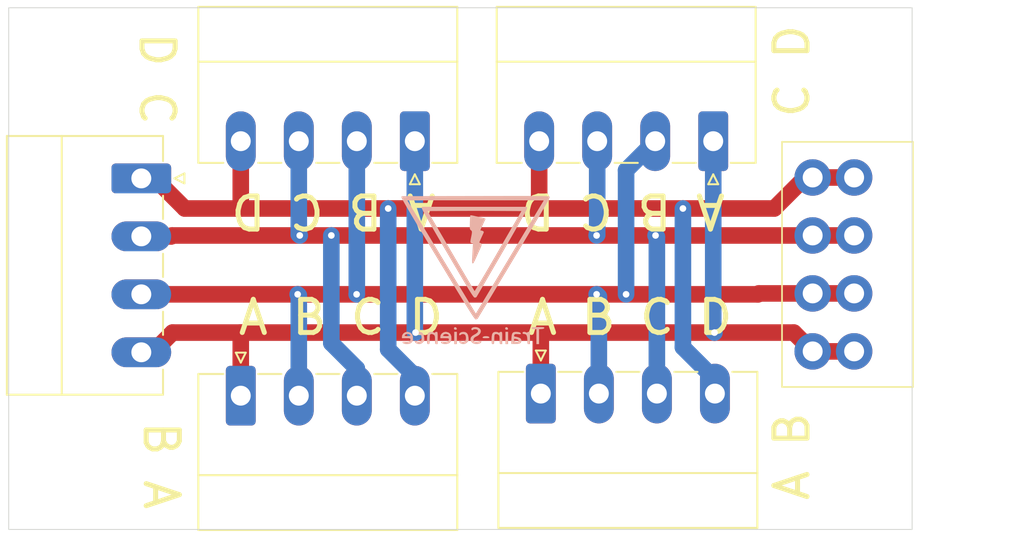
<source format=kicad_pcb>
(kicad_pcb (version 20240108) (generator "pcbnew") (generator_version "8.0")
  (layers (0 "F.Cu" signal) (31 "B.Cu" signal) (34 "B.Paste" user) (35 "F.Paste" user) (36 "B.SilkS" user "B.Silkscreen") (37 "F.SilkS" user "F.Silkscreen") (38 "B.Mask" user) (39 "F.Mask" user) (44 "Edge.Cuts" user))
  (net 0 "")
  (net 1 "Net-(J101-Pin_3)")
  (net 2 "Net-(J101-Pin_4)")
  (net 3 "Net-(J101-Pin_1)")
  (net 4 "Net-(J101-Pin_2)")
  (footprint "Connector_Phoenix_MC:PhoenixContact_MC_1,5_4-G-3.5_1x04_P3.50mm_Horizontal" (layer "F.Cu") (at 153.5 83.058 180)
    (property "Reference" "J102" (hide yes))
    (property "Value" "FEMALE")
    (fp_line (start 13.06 8.11) (end 13.06 -1.31) (stroke (width 0.12)) (layer "F.SilkS"))
    (fp_line (start 13.06 -1.31) (end 11.55 -1.31) (stroke (width 0.12)) (layer "F.SilkS"))
    (fp_line (start 8.05 -1.31) (end 9.45 -1.31) (stroke (width 0.12)) (layer "F.SilkS"))
    (fp_line (start 4.55 -1.31) (end 5.95 -1.31) (stroke (width 0.12)) (layer "F.SilkS"))
    (fp_line (start 1.05 -1.31) (end 2.45 -1.31) (stroke (width 0.12)) (layer "F.SilkS"))
    (fp_line (start 0.3 -2.6) (end 0 -2) (stroke (width 0.12)) (layer "F.SilkS"))
    (fp_line (start 0 -2) (end -0.3 -2.6) (stroke (width 0.12)) (layer "F.SilkS"))
    (fp_line (start -0.3 -2.6) (end 0.3 -2.6) (stroke (width 0.12)) (layer "F.SilkS"))
    (fp_line (start -2.56 8.11) (end 13.06 8.11) (stroke (width 0.12)) (layer "F.SilkS"))
    (fp_line (start -2.56 4.8) (end 13.06 4.8) (stroke (width 0.12)) (layer "F.SilkS"))
    (fp_line (start -2.56 -1.31) (end -1.05 -1.31) (stroke (width 0.12)) (layer "F.SilkS"))
    (fp_line (start -2.56 -1.31) (end -2.56 8.11) (stroke (width 0.12)) (layer "F.SilkS"))
    (pad "1" thru_hole roundrect (at 0 0 180) (size 1.8 3.6) (drill 1.2) (layers "*.Cu" "*.Mask") (roundrect_rratio 0.138889) (net 2 "Net-(J101-Pin_4)"))
    (pad "2" thru_hole oval (at 3.5 0 180) (size 1.8 3.6) (drill 1.2) (layers "*.Cu" "*.Mask") (net 1 "Net-(J101-Pin_3)"))
    (pad "3" thru_hole oval (at 7 0 180) (size 1.8 3.6) (drill 1.2) (layers "*.Cu" "*.Mask") (net 4 "Net-(J101-Pin_2)"))
    (pad "4" thru_hole oval (at 10.5 0 180) (size 1.8 3.6) (drill 1.2) (layers "*.Cu" "*.Mask") (net 3 "Net-(J101-Pin_1)"))
  )
  (footprint "Connector_Phoenix_MC:PhoenixContact_MC_1,5_4-G-3.5_1x04_P3.50mm_Horizontal" (layer "F.Cu") (at 171.5 83.058 180)
    (property "Reference" "J104" (hide yes))
    (property "Value" "FEMALE")
    (fp_line (start 13.06 8.11) (end 13.06 -1.31) (stroke (width 0.12)) (layer "F.SilkS"))
    (fp_line (start 13.06 -1.31) (end 11.55 -1.31) (stroke (width 0.12)) (layer "F.SilkS"))
    (fp_line (start 8.05 -1.31) (end 9.45 -1.31) (stroke (width 0.12)) (layer "F.SilkS"))
    (fp_line (start 4.55 -1.31) (end 5.95 -1.31) (stroke (width 0.12)) (layer "F.SilkS"))
    (fp_line (start 1.05 -1.31) (end 2.45 -1.31) (stroke (width 0.12)) (layer "F.SilkS"))
    (fp_line (start 0.3 -2.6) (end 0 -2) (stroke (width 0.12)) (layer "F.SilkS"))
    (fp_line (start 0 -2) (end -0.3 -2.6) (stroke (width 0.12)) (layer "F.SilkS"))
    (fp_line (start -0.3 -2.6) (end 0.3 -2.6) (stroke (width 0.12)) (layer "F.SilkS"))
    (fp_line (start -2.56 8.11) (end 13.06 8.11) (stroke (width 0.12)) (layer "F.SilkS"))
    (fp_line (start -2.56 4.8) (end 13.06 4.8) (stroke (width 0.12)) (layer "F.SilkS"))
    (fp_line (start -2.56 -1.31) (end -1.05 -1.31) (stroke (width 0.12)) (layer "F.SilkS"))
    (fp_line (start -2.56 -1.31) (end -2.56 8.11) (stroke (width 0.12)) (layer "F.SilkS"))
    (pad "1" thru_hole roundrect (at 0 0 180) (size 1.8 3.6) (drill 1.2) (layers "*.Cu" "*.Mask") (roundrect_rratio 0.138889) (net 2 "Net-(J101-Pin_4)"))
    (pad "2" thru_hole oval (at 3.5 0 180) (size 1.8 3.6) (drill 1.2) (layers "*.Cu" "*.Mask") (net 1 "Net-(J101-Pin_3)"))
    (pad "3" thru_hole oval (at 7 0 180) (size 1.8 3.6) (drill 1.2) (layers "*.Cu" "*.Mask") (net 4 "Net-(J101-Pin_2)"))
    (pad "4" thru_hole oval (at 10.5 0 180) (size 1.8 3.6) (drill 1.2) (layers "*.Cu" "*.Mask") (net 3 "Net-(J101-Pin_1)"))
  )
  (footprint "custom_kicad_lib_sk:connector_3.50mm_4P horizontal_MALE" (layer "F.Cu") (at 177.5 90.5 90)
    (property "Reference" "J106" (hide yes))
    (property "Value" "MALE" (hide yes))
    (fp_line (start 7.4 -1.85) (end 7.4 6.05) (stroke (width 0.1)) (layer "F.SilkS"))
    (fp_line (start -7.4 -1.85) (end 7.4 -1.85) (stroke (width 0.1)) (layer "F.SilkS"))
    (fp_line (start -7.4 -1.85) (end -7.4 6.05) (stroke (width 0.1)) (layer "F.SilkS"))
    (fp_line (start 7.4 6.05) (end -7.4 6.05) (stroke (width 0.1)) (layer "F.SilkS"))
    (pad "1" thru_hole circle (at -5.25 0 90) (size 2.2 2.2) (drill 1.2) (layers "*.Cu" "*.Mask") (net 2 "Net-(J101-Pin_4)"))
    (pad "1" thru_hole circle (at -5.25 2.5 90) (size 2.2 2.2) (drill 1.2) (layers "*.Cu" "*.Mask") (net 2 "Net-(J101-Pin_4)"))
    (pad "2" thru_hole circle (at -1.75 0 90) (size 2.2 2.2) (drill 1.2) (layers "*.Cu" "*.Mask") (net 1 "Net-(J101-Pin_3)"))
    (pad "2" thru_hole circle (at -1.75 2.5 90) (size 2.2 2.2) (drill 1.2) (layers "*.Cu" "*.Mask") (net 1 "Net-(J101-Pin_3)"))
    (pad "3" thru_hole circle (at 1.75 0 90) (size 2.2 2.2) (drill 1.2) (layers "*.Cu" "*.Mask") (net 4 "Net-(J101-Pin_2)"))
    (pad "3" thru_hole circle (at 1.75 2.5 90) (size 2.2 2.2) (drill 1.2) (layers "*.Cu" "*.Mask") (net 4 "Net-(J101-Pin_2)"))
    (pad "4" thru_hole circle (at 5.25 0 90) (size 2.2 2.2) (drill 1.2) (layers "*.Cu" "*.Mask") (net 3 "Net-(J101-Pin_1)"))
    (pad "4" thru_hole circle (at 5.25 2.5 90) (size 2.2 2.2) (drill 1.2) (layers "*.Cu" "*.Mask") (net 3 "Net-(J101-Pin_1)"))
  )
  (footprint "Connector_Phoenix_MC:PhoenixContact_MC_1,5_4-G-3.5_1x04_P3.50mm_Horizontal" (layer "F.Cu") (at 137 85.305 -90)
    (property "Reference" "J101" (hide yes))
    (property "Value" "FEMALE")
    (fp_line (start -2.56 8.11) (end 13.06 8.11) (stroke (width 0.12)) (layer "F.SilkS"))
    (fp_line (start 13.06 8.11) (end 13.06 -1.31) (stroke (width 0.12)) (layer "F.SilkS"))
    (fp_line (start -2.56 4.8) (end 13.06 4.8) (stroke (width 0.12)) (layer "F.SilkS"))
    (fp_line (start -2.56 -1.31) (end -2.56 8.11) (stroke (width 0.12)) (layer "F.SilkS"))
    (fp_line (start -2.56 -1.31) (end -1.05 -1.31) (stroke (width 0.12)) (layer "F.SilkS"))
    (fp_line (start 1.05 -1.31) (end 2.45 -1.31) (stroke (width 0.12)) (layer "F.SilkS"))
    (fp_line (start 4.55 -1.31) (end 5.95 -1.31) (stroke (width 0.12)) (layer "F.SilkS"))
    (fp_line (start 8.05 -1.31) (end 9.45 -1.31) (stroke (width 0.12)) (layer "F.SilkS"))
    (fp_line (start 13.06 -1.31) (end 11.55 -1.31) (stroke (width 0.12)) (layer "F.SilkS"))
    (fp_line (start 0 -2) (end -0.3 -2.6) (stroke (width 0.12)) (layer "F.SilkS"))
    (fp_line (start -0.3 -2.6) (end 0.3 -2.6) (stroke (width 0.12)) (layer "F.SilkS"))
    (fp_line (start 0.3 -2.6) (end 0 -2) (stroke (width 0.12)) (layer "F.SilkS"))
    (pad "1" thru_hole roundrect (at 0 0 270) (size 1.8 3.6) (drill 1.2) (layers "*.Cu" "*.Mask") (roundrect_rratio 0.138889) (net 3 "Net-(J101-Pin_1)"))
    (pad "2" thru_hole oval (at 3.5 0 270) (size 1.8 3.6) (drill 1.2) (layers "*.Cu" "*.Mask") (net 4 "Net-(J101-Pin_2)"))
    (pad "3" thru_hole oval (at 7 0 270) (size 1.8 3.6) (drill 1.2) (layers "*.Cu" "*.Mask") (net 1 "Net-(J101-Pin_3)"))
    (pad "4" thru_hole oval (at 10.5 0 270) (size 1.8 3.6) (drill 1.2) (layers "*.Cu" "*.Mask") (net 2 "Net-(J101-Pin_4)"))
  )
  (footprint "MountingHole:MountingHole_3.2mm_M3" (layer "F.Cu") (at 132.5 103)
    (property "Reference" "REF**" (hide yes))
    (property "Value" "MountingHole_3.2mm_M3")
    (pad "" np_thru_hole circle (at 0 0) (size 3.2 3.2) (drill 3.2) (layers "F&B.Cu" "*.Mask"))
  )
  (footprint "MountingHole:MountingHole_3.2mm_M3" (layer "F.Cu") (at 180 78.5)
    (property "Reference" "REF**" (hide yes))
    (property "Value" "MountingHole_3.2mm_M3")
    (pad "" np_thru_hole circle (at 0 0) (size 3.2 3.2) (drill 3.2) (layers "F&B.Cu" "*.Mask"))
  )
  (footprint "Connector_Phoenix_MC:PhoenixContact_MC_1,5_4-G-3.5_1x04_P3.50mm_Horizontal" (layer "F.Cu") (at 161.101 98.298)
    (property "Reference" "J103" (hide yes))
    (property "Value" "FEMALE")
    (fp_line (start -2.56 -1.31) (end -2.56 8.11) (stroke (width 0.12)) (layer "F.SilkS"))
    (fp_line (start -2.56 -1.31) (end -1.05 -1.31) (stroke (width 0.12)) (layer "F.SilkS"))
    (fp_line (start -2.56 4.8) (end 13.06 4.8) (stroke (width 0.12)) (layer "F.SilkS"))
    (fp_line (start -2.56 8.11) (end 13.06 8.11) (stroke (width 0.12)) (layer "F.SilkS"))
    (fp_line (start -0.3 -2.6) (end 0.3 -2.6) (stroke (width 0.12)) (layer "F.SilkS"))
    (fp_line (start 0 -2) (end -0.3 -2.6) (stroke (width 0.12)) (layer "F.SilkS"))
    (fp_line (start 0.3 -2.6) (end 0 -2) (stroke (width 0.12)) (layer "F.SilkS"))
    (fp_line (start 1.05 -1.31) (end 2.45 -1.31) (stroke (width 0.12)) (layer "F.SilkS"))
    (fp_line (start 4.55 -1.31) (end 5.95 -1.31) (stroke (width 0.12)) (layer "F.SilkS"))
    (fp_line (start 8.05 -1.31) (end 9.45 -1.31) (stroke (width 0.12)) (layer "F.SilkS"))
    (fp_line (start 13.06 -1.31) (end 11.55 -1.31) (stroke (width 0.12)) (layer "F.SilkS"))
    (fp_line (start 13.06 8.11) (end 13.06 -1.31) (stroke (width 0.12)) (layer "F.SilkS"))
    (pad "1" thru_hole roundrect (at 0 0) (size 1.8 3.6) (drill 1.2) (layers "*.Cu" "*.Mask") (roundrect_rratio 0.138889) (net 2 "Net-(J101-Pin_4)"))
    (pad "2" thru_hole oval (at 3.5 0) (size 1.8 3.6) (drill 1.2) (layers "*.Cu" "*.Mask") (net 1 "Net-(J101-Pin_3)"))
    (pad "3" thru_hole oval (at 7 0) (size 1.8 3.6) (drill 1.2) (layers "*.Cu" "*.Mask") (net 4 "Net-(J101-Pin_2)"))
    (pad "4" thru_hole oval (at 10.5 0) (size 1.8 3.6) (drill 1.2) (layers "*.Cu" "*.Mask") (net 3 "Net-(J101-Pin_1)"))
  )
  (footprint "MountingHole:MountingHole_3.2mm_M3" (layer "F.Cu") (at 180 103)
    (property "Reference" "REF**" (hide yes))
    (property "Value" "MountingHole_3.2mm_M3")
    (pad "" np_thru_hole circle (at 0 0) (size 3.2 3.2) (drill 3.2) (layers "F&B.Cu" "*.Mask"))
  )
  (footprint "Connector_Phoenix_MC:PhoenixContact_MC_1,5_4-G-3.5_1x04_P3.50mm_Horizontal" (layer "F.Cu") (at 143 98.425)
    (property "Reference" "J105" (hide yes))
    (property "Value" "FEMALE")
    (fp_line (start -2.56 -1.31) (end -2.56 8.11) (stroke (width 0.12)) (layer "F.SilkS"))
    (fp_line (start -2.56 -1.31) (end -1.05 -1.31) (stroke (width 0.12)) (layer "F.SilkS"))
    (fp_line (start -2.56 4.8) (end 13.06 4.8) (stroke (width 0.12)) (layer "F.SilkS"))
    (fp_line (start -2.56 8.11) (end 13.06 8.11) (stroke (width 0.12)) (layer "F.SilkS"))
    (fp_line (start -0.3 -2.6) (end 0.3 -2.6) (stroke (width 0.12)) (layer "F.SilkS"))
    (fp_line (start 0 -2) (end -0.3 -2.6) (stroke (width 0.12)) (layer "F.SilkS"))
    (fp_line (start 0.3 -2.6) (end 0 -2) (stroke (width 0.12)) (layer "F.SilkS"))
    (fp_line (start 1.05 -1.31) (end 2.45 -1.31) (stroke (width 0.12)) (layer "F.SilkS"))
    (fp_line (start 4.55 -1.31) (end 5.95 -1.31) (stroke (width 0.12)) (layer "F.SilkS"))
    (fp_line (start 8.05 -1.31) (end 9.45 -1.31) (stroke (width 0.12)) (layer "F.SilkS"))
    (fp_line (start 13.06 -1.31) (end 11.55 -1.31) (stroke (width 0.12)) (layer "F.SilkS"))
    (fp_line (start 13.06 8.11) (end 13.06 -1.31) (stroke (width 0.12)) (layer "F.SilkS"))
    (pad "1" thru_hole roundrect (at 0 0) (size 1.8 3.6) (drill 1.2) (layers "*.Cu" "*.Mask") (roundrect_rratio 0.138889) (net 2 "Net-(J101-Pin_4)"))
    (pad "2" thru_hole oval (at 3.5 0) (size 1.8 3.6) (drill 1.2) (layers "*.Cu" "*.Mask") (net 1 "Net-(J101-Pin_3)"))
    (pad "3" thru_hole oval (at 7 0) (size 1.8 3.6) (drill 1.2) (layers "*.Cu" "*.Mask") (net 4 "Net-(J101-Pin_2)"))
    (pad "4" thru_hole oval (at 10.5 0) (size 1.8 3.6) (drill 1.2) (layers "*.Cu" "*.Mask") (net 3 "Net-(J101-Pin_1)"))
  )
  (footprint "MountingHole:MountingHole_3.2mm_M3" (layer "F.Cu") (at 132.5 78.5)
    (property "Reference" "REF**" (hide yes))
    (property "Value" "MountingHole_3.2mm_M3")
    (pad "" np_thru_hole circle (at 0 0) (size 3.2 3.2) (drill 3.2) (layers "*.Cu" "*.Mask"))
  )
  (footprint "custom_kicad_lib_sk:Train-Science logo small" (layer "B.Cu") (at 157.099 90.932 180)
    (property "Reference" "G***" (hide yes))
    (property "Value" "LOGO" (hide yes))
    (fp_poly (pts (xy 1.223321 -4.3782) (xy 1.062357 -4.3782) (xy 1.062357 -3.637769) (xy 1.223321 -3.637769)) (fill solid) (layer "B.SilkS"))
    (fp_poly (pts (xy -1.867174 -4.3782) (xy -2.028137 -4.3782) (xy -2.028137 -3.637769) (xy -1.867174 -3.637769)) (fill solid) (layer "B.SilkS"))
    (fp_poly (pts (xy 1.211443 -3.365565) (xy 1.235424 -3.397528) (xy 1.241537 -3.467248) (xy 1.192998 -3.5033) (xy 1.1387 -3.508999) (xy 1.079454 -3.497959) (xy 1.066286 -3.453786) (xy 1.068167 -3.436565) (xy 1.099438 -3.378361) (xy 1.155683 -3.352714)) (fill solid) (layer "B.SilkS"))
    (fp_poly (pts (xy -1.879051 -3.365565) (xy -1.85507 -3.397528) (xy -1.848957 -3.467248) (xy -1.897497 -3.5033) (xy -1.951794 -3.508999) (xy -2.01104 -3.497959) (xy -2.024208 -3.453786) (xy -2.022328 -3.436565) (xy -1.991057 -3.378361) (xy -1.934811 -3.352714)) (fill solid) (layer "B.SilkS"))
    (fp_poly (pts (xy -0.612737 -3.9006) (xy -0.533283 -3.922266) (xy -0.490713 -3.961014) (xy -0.488845 -3.967744) (xy -0.490951 -3.998166) (xy -0.520453 -4.01526) (xy -0.590351 -4.022672) (xy -0.689781 -4.024081) (xy -0.808268 -4.020841) (xy -0.874379 -4.009353) (xy -0.899883 -3.986965) (xy -0.901394 -3.976406) (xy -0.873403 -3.933919) (xy -0.802697 -3.906845) (xy -0.709175 -3.895599)) (fill solid) (layer "B.SilkS"))
    (fp_poly (pts (xy -3.20706 -3.649174) (xy -3.187072 -3.671095) (xy -3.167366 -3.687977) (xy -3.124803 -3.671095) (xy -3.032476 -3.639196) (xy -2.952967 -3.641074) (xy -2.904379 -3.674259) (xy -2.897338 -3.702155) (xy -2.912873 -3.749633) (xy -2.970283 -3.766013) (xy -2.992091 -3.76654) (xy -3.08017 -3.784752) (xy -3.139695 -3.843818) (xy -3.1741 -3.950385) (xy -3.18682 -4.1111) (xy -3.187072 -4.143919) (xy -3.188151 -4.264488) (xy -3.194538 -4.33444) (xy -3.210963 -4.367539) (xy -3.242154 -4.377549) (xy -3.267554 -4.3782) (xy -3.348035 -4.3782) (xy -3.348035 -3.637769) (xy -3.267554 -3.637769)) (fill solid) (layer "B.SilkS"))
    (fp_poly (pts (xy -3.669632 -3.34866) (xy -3.559722 -3.351709) (xy -3.492918 -3.358945) (xy -3.458582 -3.372129) (xy -3.446076 -3.393024) (xy -3.444613 -3.412421) (xy -3.454092 -3.452657) (xy -3.493451 -3.471683) (xy -3.579073 -3.476782) (xy -3.58948 -3.476806) (xy -3.734347 -3.476806) (xy -3.734347 -4.3782) (xy -3.89531 -4.3782) (xy -3.89531 -3.480334) (xy -4.047936 -3.470522) (xy -4.148526 -3.457408) (xy -4.198923 -3.431105) (xy -4.21126 -3.404373) (xy -4.210399 -3.380588) (xy -4.190335 -3.364589) (xy -4.140901 -3.354863) (xy -4.051928 -3.349892) (xy -3.91325 -3.348161) (xy -3.833286 -3.348036)) (fill solid) (layer "B.SilkS"))
    (fp_poly (pts (xy 3.456146 -3.654371) (xy 3.543105 -3.697368) (xy 3.592791 -3.756548) (xy 3.594178 -3.814197) (xy 3.572895 -3.852981) (xy 3.542199 -3.843557) (xy 3.513841 -3.819211) (xy 3.424501 -3.7745) (xy 3.322943 -3.773442) (xy 3.238538 -3.81626) (xy 3.237661 -3.817129) (xy 3.201357 -3.890078) (xy 3.187495 -3.994878) (xy 3.196074 -4.103032) (xy 3.227095 -4.186043) (xy 3.237661 -4.198841) (xy 3.321639 -4.242246) (xy 3.423161 -4.241772) (xy 3.512857 -4.197642) (xy 3.513841 -4.196759) (xy 3.559116 -4.162129) (xy 3.582547 -4.174932) (xy 3.594178 -4.201773) (xy 3.589623 -4.267108) (xy 3.534669 -4.324764) (xy 3.443265 -4.364981) (xy 3.341993 -4.3782) (xy 3.23693 -4.364144) (xy 3.150524 -4.312169) (xy 3.116435 -4.280323) (xy 3.06227 -4.220957) (xy 3.03476 -4.166703) (xy 3.027277 -4.094215) (xy 3.032787 -3.985733) (xy 3.063239 -3.823108) (xy 3.128926 -3.713042) (xy 3.232557 -3.652527) (xy 3.346264 -3.637769)) (fill solid) (layer "B.SilkS"))
    (fp_poly (pts (xy 0.784156 -3.654371) (xy 0.871115 -3.697368) (xy 0.920801 -3.756548) (xy 0.922188 -3.814197) (xy 0.900905 -3.852981) (xy 0.870209 -3.843557) (xy 0.841851 -3.819211) (xy 0.752511 -3.7745) (xy 0.650954 -3.773442) (xy 0.566548 -3.81626) (xy 0.565671 -3.817129) (xy 0.529974 -3.888454) (xy 0.515171 -3.998249) (xy 0.515082 -4.007985) (xy 0.527932 -4.119813) (xy 0.562192 -4.195116) (xy 0.565671 -4.198841) (xy 0.649649 -4.242246) (xy 0.751171 -4.241772) (xy 0.840868 -4.197642) (xy 0.841851 -4.196759) (xy 0.887126 -4.162129) (xy 0.910558 -4.174932) (xy 0.922188 -4.201773) (xy 0.917633 -4.267108) (xy 0.862679 -4.324764) (xy 0.771275 -4.364981) (xy 0.670003 -4.3782) (xy 0.56494 -4.364144) (xy 0.478534 -4.312169) (xy 0.444446 -4.280323) (xy 0.39028 -4.220957) (xy 0.36277 -4.166703) (xy 0.355287 -4.094215) (xy 0.360798 -3.985733) (xy 0.391249 -3.823108) (xy 0.456936 -3.713042) (xy 0.560567 -3.652527) (xy 0.674274 -3.637769)) (fill solid) (layer "B.SilkS"))
    (fp_poly (pts (xy 0.08045 -3.363771) (xy 0.163476 -3.40824) (xy 0.193154 -3.477335) (xy 0.193156 -3.477939) (xy 0.170182 -3.528914) (xy 0.121334 -3.539789) (xy 0.080482 -3.508999) (xy 0.032611 -3.483439) (xy -0.047363 -3.477888) (xy -0.130866 -3.490818) (xy -0.189325 -3.520703) (xy -0.191874 -3.52355) (xy -0.21804 -3.596183) (xy -0.180966 -3.673245) (xy -0.081544 -3.753443) (xy -0.004028 -3.796699) (xy 0.136108 -3.882305) (xy 0.216714 -3.971193) (xy 0.24249 -4.071135) (xy 0.223825 -4.173564) (xy 0.164082 -4.275535) (xy 0.095495 -4.330471) (xy -0.018443 -4.366535) (xy -0.150995 -4.376193) (xy -0.274362 -4.359597) (xy -0.346956 -4.328086) (xy -0.40363 -4.272052) (xy -0.419312 -4.22251) (xy -0.394108 -4.195068) (xy -0.346071 -4.199064) (xy -0.197064 -4.233359) (xy -0.075009 -4.242002) (xy 0.005829 -4.224264) (xy 0.015788 -4.217493) (xy 0.061853 -4.14537) (xy 0.055341 -4.062595) (xy 0.002818 -3.983964) (xy -0.089151 -3.924271) (xy -0.119083 -3.913566) (xy -0.188092 -3.877866) (xy -0.269912 -3.816568) (xy -0.288095 -3.800264) (xy -0.365715 -3.694707) (xy -0.385703 -3.587357) (xy -0.353625 -3.488715) (xy -0.27505 -3.409279) (xy -0.155545 -3.359551) (xy -0.048289 -3.348036)) (fill solid) (layer "B.SilkS"))
    (fp_poly (pts (xy -2.40532 -3.645768) (xy -2.326525 -3.67613) (xy -2.275297 -3.738404) (xy -2.245189 -3.842138) (xy -2.22975 -3.996881) (xy -2.226439 -4.069661) (xy -2.215488 -4.366149) (xy -2.45432 -4.371021) (xy -2.611055 -4.367821) (xy -2.715337 -4.349617) (xy -2.763052 -4.326932) (xy -2.817997 -4.253657) (xy -2.8318 -4.157537) (xy -2.826579 -4.141434) (xy -2.663371 -4.141434) (xy -2.661178 -4.198977) (xy -2.617211 -4.235887) (xy -2.541587 -4.248708) (xy -2.462907 -4.236034) (xy -2.420887 -4.210799) (xy -2.387663 -4.147033) (xy -2.382256 -4.110009) (xy -2.391113 -4.070273) (xy -2.429399 -4.05887) (xy -2.5002 -4.066989) (xy -2.611613 -4.096669) (xy -2.663371 -4.141434) (xy -2.826579 -4.141434) (xy -2.80241 -4.066887) (xy -2.783578 -4.04369) (xy -2.714915 -4.000608) (xy -2.611053 -3.960717) (xy -2.500848 -3.933723) (xy -2.438593 -3.927683) (xy -2.39073 -3.905832) (xy -2.389171 -3.848663) (xy -2.411779 -3.801951) (xy -2.44845 -3.775964) (xy -2.522247 -3.768689) (xy -2.620538 -3.77548) (xy -2.726931 -3.782973) (xy -2.782746 -3.776184) (xy -2.800575 -3.753278) (xy -2.80076 -3.74925) (xy -2.770723 -3.693209) (xy -2.685633 -3.655257) (xy -2.553023 -3.638364) (xy -2.518132 -3.637769)) (fill solid) (layer "B.SilkS"))
    (fp_poly (pts (xy 4.191957 -3.665419) (xy 4.293411 -3.737669) (xy 4.360573 -3.838471) (xy 4.3782 -3.925027) (xy 4.3782 -4.024081) (xy 4.120659 -4.024081) (xy 3.992123 -4.025517) (xy 3.915069 -4.031892) (xy 3.876617 -4.046313) (xy 3.86389 -4.071882) (xy 3.863118 -4.086167) (xy 3.886785 -4.17496) (xy 3.959423 -4.227168) (xy 4.083491 -4.244072) (xy 4.15906 -4.240295) (xy 4.267524 -4.233706) (xy 4.325375 -4.2403) (xy 4.345405 -4.262067) (xy 4.346008 -4.269376) (xy 4.317527 -4.321331) (xy 4.243324 -4.357024) (xy 4.140255 -4.375338) (xy 4.025174 -4.375154) (xy 3.91494 -4.355354) (xy 3.826407 -4.31482) (xy 3.813457 -4.304705) (xy 3.748327 -4.223779) (xy 3.71501 -4.110586) (xy 3.710957 -4.07989) (xy 3.714938 -3.908) (xy 3.730244 -3.869557) (xy 3.863118 -3.869557) (xy 3.892233 -3.883662) (xy 3.967337 -3.893017) (xy 4.040178 -3.895311) (xy 4.137154 -3.891076) (xy 4.201466 -3.880152) (xy 4.217237 -3.869557) (xy 4.188421 -3.814477) (xy 4.114915 -3.776712) (xy 4.040178 -3.76654) (xy 3.945509 -3.783306) (xy 3.880602 -3.826073) (xy 3.863118 -3.869557) (xy 3.730244 -3.869557) (xy 3.767799 -3.775233) (xy 3.866587 -3.685192) (xy 4.008349 -3.641482) (xy 4.073248 -3.637769)) (fill solid) (layer "B.SilkS"))
    (fp_poly (pts (xy 2.715567 -3.652213) (xy 2.788671 -3.700519) (xy 2.835175 -3.79015) (xy 2.859236 -3.928568) (xy 2.865146 -4.092808) (xy 2.86448 -4.228722) (xy 2.860137 -4.312734) (xy 2.848595 -4.357328) (xy 2.826334 -4.374987) (xy 2.789834 -4.378194) (xy 2.784664 -4.3782) (xy 2.744587 -4.375415) (xy 2.72067 -4.358257) (xy 2.708742 -4.313522) (xy 2.704637 -4.228007) (xy 2.704183 -4.123292) (xy 2.70181 -3.995739) (xy 2.69553 -3.889366) (xy 2.686599 -3.82384) (xy 2.684642 -3.817462) (xy 2.638586 -3.775444) (xy 2.56069 -3.771399) (xy 2.471162 -3.805399) (xy 2.453804 -3.816654) (xy 2.417528 -3.84892) (xy 2.396019 -3.893461) (xy 2.385541 -3.966262) (xy 2.382352 -4.083304) (xy 2.382256 -4.122485) (xy 2.381383 -4.249664) (xy 2.375999 -4.325642) (xy 2.361955 -4.363601) (xy 2.335101 -4.376724) (xy 2.301774 -4.3782) (xy 2.221293 -4.3782) (xy 2.221293 -4.007985) (xy 2.22168 -3.849262) (xy 2.224378 -3.743962) (xy 2.231689 -3.681124) (xy 2.245918 -3.649787) (xy 2.269368 -3.638988) (xy 2.299092 -3.637769) (xy 2.364561 -3.652507) (xy 2.391646 -3.67801) (xy 2.413142 -3.702107) (xy 2.449056 -3.67801) (xy 2.508105 -3.651219) (xy 2.597263 -3.63805) (xy 2.611707 -3.637769)) (fill solid) (layer "B.SilkS"))
    (fp_poly (pts (xy 1.874086 -3.665419) (xy 1.97554 -3.737669) (xy 2.042702 -3.838471) (xy 2.06033 -3.925027) (xy 2.06033 -4.024081) (xy 1.802788 -4.024081) (xy 1.674253 -4.025517) (xy 1.597198 -4.031892) (xy 1.558746 -4.046313) (xy 1.54602 -4.071882) (xy 1.545247 -4.086167) (xy 1.568914 -4.17496) (xy 1.641552 -4.227168) (xy 1.76562 -4.244072) (xy 1.841189 -4.240295) (xy 1.949653 -4.233706) (xy 2.007504 -4.2403) (xy 2.027535 -4.262067) (xy 2.028137 -4.269376) (xy 1.999657 -4.321331) (xy 1.925454 -4.357024) (xy 1.822384 -4.375338) (xy 1.707304 -4.375154) (xy 1.597069 -4.355354) (xy 1.508536 -4.31482) (xy 1.495586 -4.304705) (xy 1.430456 -4.223779) (xy 1.397139 -4.110586) (xy 1.393087 -4.07989) (xy 1.397067 -3.908) (xy 1.412373 -3.869557) (xy 1.545247 -3.869557) (xy 1.574363 -3.883662) (xy 1.649466 -3.893017) (xy 1.722307 -3.895311) (xy 1.819283 -3.891076) (xy 1.883595 -3.880152) (xy 1.899366 -3.869557) (xy 1.87055 -3.814477) (xy 1.797044 -3.776712) (xy 1.722307 -3.76654) (xy 1.627639 -3.783306) (xy 1.562731 -3.826073) (xy 1.545247 -3.869557) (xy 1.412373 -3.869557) (xy 1.449928 -3.775233) (xy 1.548716 -3.685192) (xy 1.690478 -3.641482) (xy 1.755377 -3.637769)) (fill solid) (layer "B.SilkS"))
    (fp_poly (pts (xy -1.179743 -3.652213) (xy -1.106639 -3.700519) (xy -1.060135 -3.79015) (xy -1.036075 -3.928568) (xy -1.030165 -4.092808) (xy -1.03083 -4.228722) (xy -1.035174 -4.312734) (xy -1.046716 -4.357328) (xy -1.068976 -4.374987) (xy -1.105476 -4.378194) (xy -1.110646 -4.3782) (xy -1.150723 -4.375415) (xy -1.174641 -4.358257) (xy -1.186568 -4.313522) (xy -1.190674 -4.228007) (xy -1.191128 -4.123292) (xy -1.193501 -3.995739) (xy -1.199781 -3.889366) (xy -1.208712 -3.82384) (xy -1.210669 -3.817462) (xy -1.256725 -3.775444) (xy -1.33462 -3.771399) (xy -1.424149 -3.805399) (xy -1.441506 -3.816654) (xy -1.477783 -3.84892) (xy -1.499291 -3.893461) (xy -1.50977 -3.966262) (xy -1.512958 -4.083304) (xy -1.513054 -4.122485) (xy -1.513927 -4.249664) (xy -1.519311 -4.325642) (xy -1.533355 -4.363601) (xy -1.560209 -4.376724) (xy -1.593536 -4.3782) (xy -1.674018 -4.3782) (xy -1.674018 -4.007985) (xy -1.67363 -3.849262) (xy -1.670933 -3.743962) (xy -1.663621 -3.681124) (xy -1.649392 -3.649787) (xy -1.625943 -3.638988) (xy -1.596219 -3.637769) (xy -1.53075 -3.652507) (xy -1.503665 -3.67801) (xy -1.482168 -3.702107) (xy -1.446255 -3.67801) (xy -1.387205 -3.651219) (xy -1.298048 -3.63805) (xy -1.283604 -3.637769)) (fill solid) (layer "B.SilkS"))
    (fp_poly (pts (xy 0.250482 3.398018) (xy 0.258312 3.360431) (xy 0.266207 3.271171) (xy 0.273323 3.142944) (xy 0.278815 2.988455) (xy 0.279494 2.961822) (xy 0.283147 2.79102) (xy 0.28333 2.672993) (xy 0.27842 2.596159) (xy 0.266793 2.548934) (xy 0.246824 2.519735) (xy 0.216889 2.496979) (xy 0.214047 2.495112) (xy 0.177374 2.463714) (xy 0.157846 2.420729) (xy 0.155167 2.353836) (xy 0.169042 2.250716) (xy 0.199173 2.099046) (xy 0.20399 2.076426) (xy 0.234196 1.927607) (xy 0.248081 1.829473) (xy 0.244797 1.770209) (xy 0.223496 1.738003) (xy 0.183328 1.721039) (xy 0.178383 1.719762) (xy 0.093995 1.698582) (xy 0.113104 1.340229) (xy 0.122361 1.168329) (xy 0.13182 0.9955) (xy 0.140114 0.846597) (xy 0.144094 0.776804) (xy 0.147732 0.616402) (xy 0.136399 0.518612) (xy 0.110043 0.48341) (xy 0.068612 0.510774) (xy 0.012053 0.600683) (xy -0.036281 0.70019) (xy -0.094889 0.829583) (xy -0.151819 0.955614) (xy -0.192615 1.046261) (xy -0.235959 1.142058) (xy -0.293724 1.268625) (xy -0.352412 1.396402) (xy -0.410483 1.535855) (xy -0.432862 1.630868) (xy -0.419591 1.690556) (xy -0.370712 1.724039) (xy -0.353957 1.729118) (xy -0.302087 1.746117) (xy -0.289734 1.754248) (xy -0.301976 1.787815) (xy -0.333966 1.863803) (xy -0.378601 1.966115) (xy -0.428778 2.078653) (xy -0.477393 2.185319) (xy -0.517132 2.269582) (xy -0.553917 2.350924) (xy -0.561542 2.396199) (xy -0.540994 2.426228) (xy -0.525165 2.438593) (xy -0.452176 2.472508) (xy -0.412351 2.478834) (xy -0.36338 2.484926) (xy -0.354119 2.492061) (xy -0.366789 2.526986) (xy -0.400137 2.60474) (xy -0.447168 2.710013) (xy -0.500888 2.827498) (xy -0.554304 2.941887) (xy -0.600421 3.037873) (xy -0.630486 3.096942) (xy -0.659596 3.160107) (xy -0.65177 3.193594) (xy -0.620583 3.213855) (xy -0.53333 3.246777) (xy -0.395236 3.27925) (xy -0.273637 3.301207) (xy -0.190498 3.31751) (xy -0.07335 3.34338) (xy 0.027233 3.367139) (xy 0.134416 3.389945) (xy 0.215087 3.40089)) (fill solid) (layer "B.SilkS"))
    (fp_poly (pts (xy 3.179239 3.830925) (xy 3.169077 3.796052) (xy 3.134748 3.721875) (xy 3.075339 3.60678) (xy 2.989941 3.449155) (xy 2.877641 3.24739) (xy 2.737526 2.999872) (xy 2.568687 2.704989) (xy 2.370211 2.361128) (xy 2.141187 1.966679) (xy 1.880703 1.52003) (xy 1.631778 1.09455) (xy 1.368647 0.645596) (xy 1.135907 0.249143) (xy 0.93161 -0.097982) (xy 0.753807 -0.398953) (xy 0.60055 -0.656942) (xy 0.469891 -0.875124) (xy 0.359881 -1.05667) (xy 0.268572 -1.204755) (xy 0.194014 -1.322552) (xy 0.134261 -1.413233) (xy 0.087362 -1.479973) (xy 0.051371 -1.525943) (xy 0.024337 -1.554318) (xy 0.004314 -1.568271) (xy -0.004969 -1.571019) (xy -0.078828 -1.563333) (xy -0.118283 -1.538827) (xy -0.138767 -1.505458) (xy -0.189191 -1.420294) (xy -0.267262 -1.287274) (xy -0.370688 -1.110339) (xy -0.497173 -0.893428) (xy -0.644426 -0.640482) (xy -0.810153 -0.355441) (xy -0.99206 -0.042244) (xy -1.187855 0.295169) (xy -1.395243 0.652857) (xy -1.611932 1.02688) (xy -1.660439 1.110646) (xy -1.943382 1.600038) (xy -2.194371 2.035755) (xy -2.414343 2.419476) (xy -2.604234 2.752877) (xy -2.764981 3.037634) (xy -2.89752 3.275425) (xy -3.002787 3.467927) (xy -3.081719 3.616816) (xy -3.100264 3.653866) (xy -2.831057 3.653866) (xy -1.427803 1.229825) (xy -1.217976 0.867944) (xy -1.017222 0.522838) (xy -0.827885 0.198474) (xy -0.652308 -0.101185) (xy -0.492836 -0.372174) (xy -0.351814 -0.61053) (xy -0.231586 -0.812287) (xy -0.134496 -0.973481) (xy -0.062889 -1.090149) (xy -0.019109 -1.158326) (xy -0.005551 -1.175218) (xy 0.013203 -1.145197) (xy 0.062076 -1.063637) (xy 0.138687 -0.934577) (xy 0.240658 -0.762061) (xy 0.365609 -0.55013) (xy 0.511161 -0.302826) (xy 0.674935 -0.02419) (xy 0.854552 0.281735) (xy 1.047632 0.610908) (xy 1.251797 0.959287) (xy 1.421346 1.248823) (xy 2.829247 3.653866) (xy 1.414623 3.662249) (xy 1.04211 3.663984) (xy 0.624153 3.665121) (xy 0.179691 3.665659) (xy -0.272337 3.665598) (xy -0.712992 3.664938) (xy -1.123334 3.663678) (xy -1.415529 3.662249) (xy -2.831057 3.653866) (xy -3.100264 3.653866) (xy -3.135253 3.723769) (xy -3.164325 3.790463) (xy -3.17064 3.814829) (xy -3.170976 3.911407) (xy 3.170976 3.911407)) (fill solid) (layer "B.SilkS"))
    (fp_poly (pts (xy -2.177236 4.566716) (xy -1.724771 4.566214) (xy -1.217326 4.565463) (xy -0.651718 4.564501) (xy -0.055144 4.563421) (xy 4.394297 4.55526) (xy 4.402412 4.474778) (xy 4.392766 4.444092) (xy 4.360546 4.377472) (xy 4.304831 4.273357) (xy 4.224701 4.130187) (xy 4.119236 3.9464) (xy 3.987517 3.720436) (xy 3.828623 3.450735) (xy 3.641634 3.135735) (xy 3.425631 2.773875) (xy 3.179692 2.363596) (xy 2.902899 1.903335) (xy 2.594331 1.391532) (xy 2.253068 0.826627) (xy 2.210681 0.756527) (xy 1.892208 0.230049) (xy 1.605234 -0.243951) (xy 1.348069 -0.66817) (xy 1.119028 -1.045302) (xy 0.916421 -1.378044) (xy 0.738561 -1.669091) (xy 0.583761 -1.921141) (xy 0.450332 -2.136888) (xy 0.336586 -2.319029) (xy 0.240836 -2.470259) (xy 0.161394 -2.593274) (xy 0.096573 -2.690771) (xy 0.044683 -2.765444) (xy 0.004038 -2.819991) (xy -0.02705 -2.857107) (xy -0.05027 -2.879488) (xy -0.067308 -2.88983) (xy -0.073048 -2.891234) (xy -0.156237 -2.877194) (xy -0.204854 -2.826849) (xy -0.227047 -2.790521) (xy -0.280348 -2.702298) (xy -0.362758 -2.565508) (xy -0.47228 -2.383476) (xy -0.606914 -2.159531) (xy -0.764662 -1.897) (xy -0.943527 -1.599208) (xy -1.141509 -1.269484) (xy -1.356611 -0.911155) (xy -1.586834 -0.527547) (xy -1.830181 -0.121988) (xy -2.084652 0.302196) (xy -2.348249 0.741676) (xy -2.411808 0.847656) (xy -2.72913 1.377004) (xy -3.014693 1.853894) (xy -3.270035 2.280976) (xy -3.496692 2.660897) (xy -3.696204 2.996307) (xy -3.870107 3.289854) (xy -4.01994 3.544188) (xy -4.147239 3.761957) (xy -4.253544 3.94581) (xy -4.340391 4.098397) (xy -4.409319 4.222366) (xy -4.449721 4.297718) (xy -4.178624 4.297718) (xy -0.08088 -2.532058) (xy 0.192957 -2.079549) (xy 0.247331 -1.989669) (xy 0.332405 -1.84901) (xy 0.445566 -1.661887) (xy 0.584205 -1.43262) (xy 0.74571 -1.165527) (xy 0.92747 -0.864926) (xy 1.126875 -0.535135) (xy 1.341313 -0.180472) (xy 1.568173 0.194744) (xy 1.804844 0.586196) (xy 2.048716 0.989564) (xy 2.257763 1.33534) (xy 4.048733 4.297718) (xy 1.992174 4.306003) (xy 1.548356 4.307468) (xy 1.05587 4.308526) (xy 0.530432 4.309176) (xy -0.012241 4.309419) (xy -0.556433 4.309254) (xy -1.086428 4.308682) (xy -1.58651 4.307702) (xy -2.040962 4.306315) (xy -2.121505 4.306003) (xy -4.178624 4.297718) (xy -4.449721 4.297718) (xy -4.461864 4.320365) (xy -4.499566 4.395045) (xy -4.523961 4.449053) (xy -4.536588 4.485039) (xy -4.538984 4.505651) (xy -4.537712 4.509683) (xy -4.531875 4.518362) (xy -4.522005 4.526181) (xy -4.504918 4.533179) (xy -4.47743 4.539392) (xy -4.436357 4.54486) (xy -4.378514 4.549621) (xy -4.300717 4.553712) (xy -4.199782 4.557172) (xy -4.072525 4.560039) (xy -3.915762 4.562352) (xy -3.726308 4.564148) (xy -3.50098 4.565466) (xy -3.236592 4.566343) (xy -2.929962 4.566818) (xy -2.577905 4.56693)) (fill solid) (layer "B.SilkS"))
  )
  (gr_rect (start 129 75) (end 183.5 106.5) (stroke (width 0.05)) (fill none) (layer "Edge.Cuts"))
  (gr_text "D C" (at 136.779 76.327 270) (layer "F.SilkS") (effects (font (size 2 2) (thickness 0.3)) (justify left bottom)))
  (gr_text "B A" (at 137.033 99.822 270) (layer "F.SilkS") (effects (font (size 2 2) (thickness 0.3)) (justify left bottom)))
  (gr_text "A B C D" (at 172.387 86.106 180) (layer "F.SilkS") (effects (font (size 2 2) (thickness 0.3)) (justify left bottom)))
  (gr_text "A B C D" (at 160.147 94.869 0) (layer "F.SilkS") (effects (font (size 2 2) (thickness 0.3)) (justify left bottom)))
  (gr_text "A B" (at 177.419 104.902 90) (layer "F.SilkS") (effects (font (size 2 2) (thickness 0.3)) (justify left bottom)))
  (gr_text "C D" (at 177.419 81.788 90) (layer "F.SilkS") (effects (font (size 2 2) (thickness 0.3)) (justify left bottom)))
  (gr_text "A B C D" (at 142.7 94.869 0) (layer "F.SilkS") (effects (font (size 2 2) (thickness 0.3)) (justify left bottom)))
  (gr_text "A B C D" (at 154.94 86.106 180) (layer "F.SilkS") (effects (font (size 2 2) (thickness 0.3)) (justify left bottom)))
  (segment (start 174.255888 92.25) (end 177.5 92.25) (width 1) (layer "F.Cu") (net 1))
  (segment (start 174.200888 92.305) (end 174.255888 92.25) (width 1) (layer "F.Cu") (net 1))
  (segment (start 149.987 92.305) (end 164.465 92.305) (width 1) (layer "F.Cu") (net 1))
  (segment (start 166.243 92.305) (end 174.200888 92.305) (width 1) (layer "F.Cu") (net 1))
  (segment (start 146.431 92.305) (end 149.987 92.305) (width 1) (layer "F.Cu") (net 1))
  (segment (start 164.465 92.305) (end 166.243 92.305) (width 1) (layer "F.Cu") (net 1))
  (segment (start 177.5 92.25) (end 180 92.25) (width 1) (layer "F.Cu") (net 1))
  (segment (start 137 92.305) (end 146.431 92.305) (width 1) (layer "F.Cu") (net 1))
  (via (at 149.987 92.305) (size 0.8) (drill 0.4) (layers "F.Cu" "B.Cu") (net 1))
  (via (at 164.465 92.305) (size 0.8) (drill 0.4) (layers "F.Cu" "B.Cu") (net 1))
  (via (at 146.431 92.305) (size 0.8) (drill 0.4) (layers "F.Cu" "B.Cu") (net 1))
  (via (at 166.243 92.305) (size 0.8) (drill 0.4) (layers "F.Cu" "B.Cu") (net 1))
  (segment (start 150 92.292) (end 149.987 92.305) (width 1) (layer "B.Cu") (net 1))
  (segment (start 146.5 98.425) (end 146.5 92.374) (width 1) (layer "B.Cu") (net 1))
  (segment (start 166.243 84.815) (end 166.243 92.305) (width 1) (layer "B.Cu") (net 1))
  (segment (start 164.601 92.441) (end 164.465 92.305) (width 1) (layer "B.Cu") (net 1))
  (segment (start 168 83.058) (end 166.243 84.815) (width 1) (layer "B.Cu") (net 1))
  (segment (start 146.5 92.374) (end 146.431 92.305) (width 1) (layer "B.Cu") (net 1))
  (segment (start 150 83.058) (end 150 92.292) (width 1) (layer "B.Cu") (net 1))
  (segment (start 164.601 98.298) (end 164.601 92.441) (width 1) (layer "B.Cu") (net 1))
  (segment (start 171.577 94.615) (end 176.365 94.615) (width 1) (layer "F.Cu") (net 2))
  (segment (start 137.692 95.805) (end 138.882 94.615) (width 1) (layer "F.Cu") (net 2))
  (segment (start 143.002 94.615) (end 153.543 94.615) (width 1) (layer "F.Cu") (net 2))
  (segment (start 176.365 94.615) (end 177.5 95.75) (width 1) (layer "F.Cu") (net 2))
  (segment (start 138.882 94.615) (end 143.002 94.615) (width 1) (layer "F.Cu") (net 2))
  (segment (start 180 95.75) (end 177.5 95.75) (width 1) (layer "F.Cu") (net 2))
  (segment (start 153.543 94.615) (end 161.036 94.615) (width 1) (layer "F.Cu") (net 2))
  (segment (start 143 94.617) (end 143.002 94.615) (width 1) (layer "F.Cu") (net 2))
  (segment (start 161.101 98.298) (end 161.101 94.68) (width 1) (layer "F.Cu") (net 2))
  (segment (start 143 98.425) (end 143 94.617) (width 1) (layer "F.Cu") (net 2))
  (segment (start 161.101 94.68) (end 161.036 94.615) (width 1) (layer "F.Cu") (net 2))
  (segment (start 137 95.805) (end 137.692 95.805) (width 1) (layer "F.Cu") (net 2))
  (segment (start 161.036 94.615) (end 171.577 94.615) (width 1) (layer "F.Cu") (net 2))
  (via (at 171.577 94.615) (size 0.8) (drill 0.4) (layers "F.Cu" "B.Cu") (net 2))
  (via (at 153.543 94.615) (size 0.8) (drill 0.4) (layers "F.Cu" "B.Cu") (net 2))
  (segment (start 171.5 83.058) (end 171.5 94.538) (width 1) (layer "B.Cu") (net 2))
  (segment (start 153.5 83.058) (end 153.5 94.572) (width 1) (layer "B.Cu") (net 2))
  (segment (start 171.5 94.538) (end 171.577 94.615) (width 1) (layer "B.Cu") (net 2))
  (segment (start 153.5 94.572) (end 153.543 94.615) (width 1) (layer "B.Cu") (net 2))
  (segment (start 137.805 85.305) (end 137 85.305) (width 1) (layer "F.Cu") (net 3))
  (segment (start 161.036 87.122) (end 151.892 87.122) (width 1) (layer "F.Cu") (net 3))
  (segment (start 139.622 87.122) (end 137.805 85.305) (width 1) (layer "F.Cu") (net 3))
  (segment (start 177.052944 85.25) (end 175.180944 87.122) (width 1) (layer "F.Cu") (net 3))
  (segment (start 177.5 85.25) (end 177.052944 85.25) (width 1) (layer "F.Cu") (net 3))
  (segment (start 177.5 85.25) (end 180 85.25) (width 1) (layer "F.Cu") (net 3))
  (segment (start 161 83.058) (end 161 87.086) (width 1) (layer "F.Cu") (net 3))
  (segment (start 143.002 87.122) (end 139.622 87.122) (width 1) (layer "F.Cu") (net 3))
  (segment (start 143 83.058) (end 143 87.12) (width 1) (layer "F.Cu") (net 3))
  (segment (start 143 87.12) (end 143.002 87.122) (width 1) (layer "F.Cu") (net 3))
  (segment (start 169.672 87.122) (end 161.036 87.122) (width 1) (layer "F.Cu") (net 3))
  (segment (start 175.180944 87.122) (end 169.672 87.122) (width 1) (layer "F.Cu") (net 3))
  (segment (start 151.892 87.122) (end 143.002 87.122) (width 1) (layer "F.Cu") (net 3))
  (segment (start 161 87.086) (end 161.036 87.122) (width 1) (layer "F.Cu") (net 3))
  (via (at 151.892 87.122) (size 0.8) (drill 0.4) (layers "F.Cu" "B.Cu") (net 3))
  (via (at 169.672 87.122) (size 0.8) (drill 0.4) (layers "F.Cu" "B.Cu") (net 3))
  (segment (start 153.5 97.239) (end 151.892 95.631) (width 1) (layer "B.Cu") (net 3))
  (segment (start 171.601 97.433) (end 169.672 95.504) (width 1) (layer "B.Cu") (net 3))
  (segment (start 151.892 95.631) (end 151.892 87.122) (width 1) (layer "B.Cu") (net 3))
  (segment (start 169.672 95.504) (end 169.672 87.122) (width 1) (layer "B.Cu") (net 3))
  (segment (start 153.5 98.425) (end 153.5 97.239) (width 1) (layer "B.Cu") (net 3))
  (segment (start 171.601 98.298) (end 171.601 97.433) (width 1) (layer "B.Cu") (net 3))
  (segment (start 138.86 88.75) (end 146.558 88.75) (width 1) (layer "F.Cu") (net 4))
  (segment (start 138.805 88.805) (end 138.86 88.75) (width 1) (layer "F.Cu") (net 4))
  (segment (start 148.463 88.75) (end 164.465 88.75) (width 1) (layer "F.Cu") (net 4))
  (segment (start 164.465 88.75) (end 168.021 88.75) (width 1) (layer "F.Cu") (net 4))
  (segment (start 168.021 88.75) (end 177.5 88.75) (width 1) (layer "F.Cu") (net 4))
  (segment (start 180 88.75) (end 177.5 88.75) (width 1) (layer "F.Cu") (net 4))
  (segment (start 137 88.805) (end 138.805 88.805) (width 1) (layer "F.Cu") (net 4))
  (segment (start 146.558 88.75) (end 148.463 88.75) (width 1) (layer "F.Cu") (net 4))
  (via (at 168.021 88.75) (size 0.8) (drill 0.4) (layers "F.Cu" "B.Cu") (net 4))
  (via (at 146.558 88.75) (size 0.8) (drill 0.4) (layers "F.Cu" "B.Cu") (net 4))
  (via (at 164.465 88.75) (size 0.8) (drill 0.4) (layers "F.Cu" "B.Cu") (net 4))
  (via (at 148.463 88.75) (size 0.8) (drill 0.4) (layers "F.Cu" "B.Cu") (net 4))
  (segment (start 150 96.787) (end 148.463 95.25) (width 1) (layer "B.Cu") (net 4))
  (segment (start 148.463 95.25) (end 148.463 88.75) (width 1) (layer "B.Cu") (net 4))
  (segment (start 146.5 88.692) (end 146.558 88.75) (width 1) (layer "B.Cu") (net 4))
  (segment (start 168.101 98.298) (end 168.101 88.83) (width 1) (layer "B.Cu") (net 4))
  (segment (start 168.101 88.83) (end 168.021 88.75) (width 1) (layer "B.Cu") (net 4))
  (segment (start 146.5 83.058) (end 146.5 88.692) (width 1) (layer "B.Cu") (net 4))
  (segment (start 150 98.425) (end 150 96.787) (width 1) (layer "B.Cu") (net 4))
  (segment (start 164.5 88.715) (end 164.465 88.75) (width 1) (layer "B.Cu") (net 4))
  (segment (start 164.5 83.058) (end 164.5 88.715) (width 1) (layer "B.Cu") (net 4))
)
</source>
